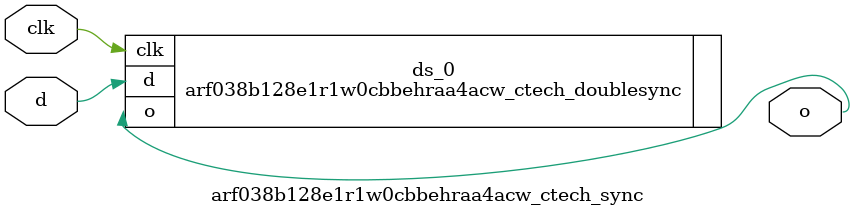
<source format=sv>

`ifndef ARF038B128E1R1W0CBBEHRAA4ACW_CTECH_SYNC_SV
`define ARF038B128E1R1W0CBBEHRAA4ACW_CTECH_SYNC_SV

module arf038b128e1r1w0cbbehraa4acw_ctech_sync (
  input  logic  clk,
  input  logic  d,

  output logic  o
);

  arf038b128e1r1w0cbbehraa4acw_ctech_doublesync ds_0 (.o(o), .d(d), .clk(clk));

endmodule // arf038b128e1r1w0cbbehraa4acw_ctech_sync

`endif // ARF038B128E1R1W0CBBEHRAA4ACW_CTECH_SYNC_SV
</source>
